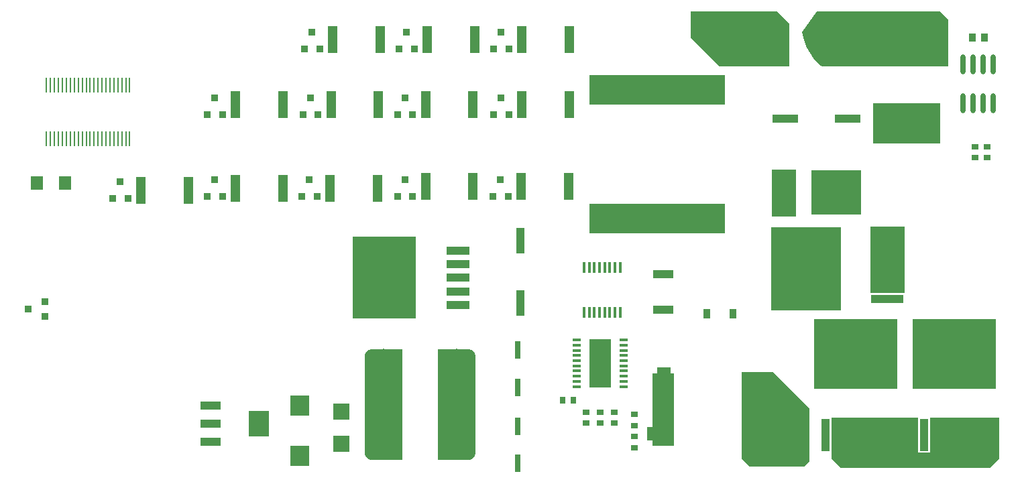
<source format=gtp>
G04 Layer_Color=8421504*
%FSAX24Y24*%
%MOIN*%
G70*
G01*
G75*
%ADD10R,0.0320X0.0360*%
%ADD11R,0.0315X0.0906*%
%ADD12R,0.6750X0.1500*%
%ADD13R,0.0358X0.0480*%
%ADD14R,0.0630X0.0472*%
%ADD15R,0.0945X0.1024*%
%ADD16R,0.0984X0.0394*%
%ADD17R,0.0984X0.1299*%
%ADD18R,0.0492X0.1319*%
%ADD19R,0.0354X0.0276*%
%ADD20R,0.0276X0.0354*%
%ADD21R,0.4173X0.3465*%
%ADD22R,0.0413X0.1634*%
%ADD23R,0.0787X0.0787*%
%ADD24R,0.3150X0.4094*%
%ADD25R,0.1142X0.0394*%
%ADD26R,0.0354X0.0394*%
%ADD27R,0.0140X0.0580*%
G04:AMPARAMS|DCode=28|XSize=187mil|YSize=551.2mil|CornerRadius=93.5mil|HoleSize=0mil|Usage=FLASHONLY|Rotation=0.000|XOffset=0mil|YOffset=0mil|HoleType=Round|Shape=RoundedRectangle|*
%AMROUNDEDRECTD28*
21,1,0.1870,0.3642,0,0,0.0*
21,1,0.0000,0.5512,0,0,0.0*
1,1,0.1870,0.0000,-0.1821*
1,1,0.1870,0.0000,-0.1821*
1,1,0.1870,0.0000,0.1821*
1,1,0.1870,0.0000,0.1821*
%
%ADD28ROUNDEDRECTD28*%
%ADD29R,0.3340X0.2050*%
%ADD30R,0.0394X0.1260*%
%ADD31R,0.0950X0.1110*%
%ADD32R,0.0360X0.0320*%
%ADD33O,0.0098X0.0748*%
%ADD34O,0.0276X0.0984*%
%ADD35R,0.1024X0.0413*%
%ADD36R,0.0413X0.0177*%
%ADD37R,0.1079X0.2390*%
%ADD38R,0.1260X0.0394*%
%ADD39R,0.3465X0.4173*%
%ADD40R,0.1634X0.0413*%
%ADD41R,0.1122X0.0492*%
%ADD42R,0.2480X0.2185*%
%ADD46R,0.0630X0.0650*%
%ADD47R,0.1100X0.3600*%
%ADD49R,0.1200X0.2350*%
%ADD78R,0.0650X0.0370*%
%ADD79R,0.0380X0.0650*%
%ADD80R,0.0375X0.0651*%
%ADD81R,0.0380X0.0651*%
G36*
X040915Y016096D02*
X041011Y016056D01*
X041093Y015993D01*
X041156Y015911D01*
X041196Y015815D01*
X041206Y015738D01*
Y015712D01*
Y010988D01*
Y010962D01*
X041196Y010885D01*
X041156Y010789D01*
X041093Y010707D01*
X041011Y010644D01*
X040915Y010604D01*
X040838Y010594D01*
X039336D01*
Y016106D01*
X040838D01*
X040915Y016096D01*
D02*
G37*
G36*
X037564Y010594D02*
X036062D01*
X035985Y010604D01*
X035889Y010644D01*
X035807Y010707D01*
X035744Y010789D01*
X035704Y010885D01*
X035694Y010962D01*
Y010988D01*
Y015712D01*
Y015738D01*
X035704Y015815D01*
X035744Y015911D01*
X035807Y015993D01*
X035889Y016056D01*
X035985Y016096D01*
X036062Y016106D01*
X037564D01*
Y010594D01*
D02*
G37*
G36*
X057800Y013150D02*
X057800Y010500D01*
X057550Y010250D01*
X054850Y010250D01*
X054450Y010650D01*
Y014950D01*
X056000D01*
X057800Y013150D01*
D02*
G37*
G36*
X067250Y010650D02*
X066800Y010200D01*
X059350Y010200D01*
X058900Y010650D01*
X058900Y012700D01*
X063200D01*
Y010950D01*
X063800D01*
X063800Y012700D01*
X067250Y012700D01*
X067250Y010650D01*
D02*
G37*
G36*
X064700Y032500D02*
X064700Y030150D01*
X058426Y030150D01*
X058311Y030243D01*
X058008Y030566D01*
X057828Y030819D01*
X057678Y031091D01*
X057559Y031377D01*
X057460Y031743D01*
X057441Y031868D01*
X058179Y032900D01*
X064300Y032900D01*
X064700Y032500D01*
D02*
G37*
G36*
X056800Y032300D02*
X056800Y030150D01*
X053350D01*
X051900Y031600D01*
X051900Y032900D01*
X056200D01*
X056800Y032300D01*
D02*
G37*
G36*
X062550Y018900D02*
X060850D01*
Y022200D01*
X062550D01*
Y018900D01*
D02*
G37*
D10*
X028250Y028590D02*
D03*
X028630Y027756D02*
D03*
X027876D02*
D03*
X032626D02*
D03*
X033380D02*
D03*
X033000Y028590D02*
D03*
X042076Y023706D02*
D03*
X042830D02*
D03*
X042450Y024540D02*
D03*
X037700D02*
D03*
X038080Y023706D02*
D03*
X037326D02*
D03*
X028250Y024540D02*
D03*
X028630Y023706D02*
D03*
X027876D02*
D03*
X023176Y023606D02*
D03*
X023930D02*
D03*
X023550Y024440D02*
D03*
X032576Y023706D02*
D03*
X033330D02*
D03*
X032950Y024540D02*
D03*
X037399Y031020D02*
D03*
X038153D02*
D03*
X037773Y031854D02*
D03*
X042473D02*
D03*
X042853Y031020D02*
D03*
X042099D02*
D03*
X033073Y031854D02*
D03*
X033453Y031020D02*
D03*
X032699D02*
D03*
X042099Y027770D02*
D03*
X042853D02*
D03*
X042473Y028604D02*
D03*
X037700Y028590D02*
D03*
X038080Y027756D02*
D03*
X037326D02*
D03*
D11*
X043300Y010425D02*
D03*
Y012275D02*
D03*
Y014200D02*
D03*
Y016050D02*
D03*
D12*
X050250Y022600D02*
D03*
Y029000D02*
D03*
D13*
X053994Y017850D02*
D03*
X052706D02*
D03*
D14*
X020809Y024350D02*
D03*
X019391D02*
D03*
D15*
X032453Y013311D02*
D03*
Y010791D02*
D03*
D16*
X028049Y013306D02*
D03*
Y012400D02*
D03*
Y011494D02*
D03*
D17*
X030451Y012400D02*
D03*
D18*
X031631Y028250D02*
D03*
X029269D02*
D03*
X036454Y031514D02*
D03*
X034092D02*
D03*
X041154D02*
D03*
X038792D02*
D03*
X045854D02*
D03*
X043492D02*
D03*
X045854Y028264D02*
D03*
X043492D02*
D03*
X041081Y028250D02*
D03*
X038719D02*
D03*
X036381D02*
D03*
X034019D02*
D03*
X045831Y024200D02*
D03*
X043469D02*
D03*
X041081D02*
D03*
X038719D02*
D03*
X026931Y024000D02*
D03*
X024569D02*
D03*
X031631Y024100D02*
D03*
X029269D02*
D03*
X036331D02*
D03*
X033969D02*
D03*
D19*
X066050Y026176D02*
D03*
Y025624D02*
D03*
X066650Y026176D02*
D03*
Y025624D02*
D03*
X048100Y012976D02*
D03*
Y012424D02*
D03*
X049100Y012300D02*
D03*
Y012851D02*
D03*
X047400Y012976D02*
D03*
Y012424D02*
D03*
X046700Y012976D02*
D03*
Y012424D02*
D03*
X049100Y011751D02*
D03*
Y011200D02*
D03*
D20*
X045524Y013550D02*
D03*
X046076D02*
D03*
D21*
X060100Y015855D02*
D03*
X065000D02*
D03*
D22*
X061600Y011839D02*
D03*
X061100D02*
D03*
X060600D02*
D03*
X059600D02*
D03*
X059100D02*
D03*
X058600D02*
D03*
X066500D02*
D03*
X066000D02*
D03*
X065500D02*
D03*
X064500D02*
D03*
X064000D02*
D03*
X063500D02*
D03*
D23*
X034550Y012987D02*
D03*
Y011413D02*
D03*
D24*
X036661Y019650D02*
D03*
D25*
X040343Y020989D02*
D03*
Y020319D02*
D03*
Y019650D02*
D03*
Y018981D02*
D03*
Y018311D02*
D03*
D26*
X065885Y031600D02*
D03*
X066515D02*
D03*
D27*
X046604Y017940D02*
D03*
X046860D02*
D03*
X047116D02*
D03*
X047372D02*
D03*
X047628D02*
D03*
X047884D02*
D03*
X048140D02*
D03*
X048396D02*
D03*
Y020160D02*
D03*
X048140D02*
D03*
X047884D02*
D03*
X047628D02*
D03*
X047372D02*
D03*
X047116D02*
D03*
X046860D02*
D03*
X046604D02*
D03*
D28*
X036629Y013350D02*
D03*
X040271D02*
D03*
D29*
X062650Y031575D02*
D03*
Y027325D02*
D03*
D30*
X043450Y018415D02*
D03*
Y021485D02*
D03*
D31*
X050550Y011900D02*
D03*
X055044D02*
D03*
X050550Y014310D02*
D03*
X055044D02*
D03*
D32*
X019794Y017726D02*
D03*
Y018480D02*
D03*
X018960Y018100D02*
D03*
D33*
X019883Y026571D02*
D03*
X020080D02*
D03*
X020277D02*
D03*
X020474D02*
D03*
X020670D02*
D03*
X020867D02*
D03*
X021064D02*
D03*
X021261D02*
D03*
X021458D02*
D03*
X021655D02*
D03*
X021852D02*
D03*
X022048D02*
D03*
X022245D02*
D03*
X022442D02*
D03*
X022639D02*
D03*
X022836D02*
D03*
X023033D02*
D03*
X023230D02*
D03*
X023426D02*
D03*
X023623D02*
D03*
X023820D02*
D03*
X024017D02*
D03*
X019883Y029229D02*
D03*
X020080D02*
D03*
X020277D02*
D03*
X020474D02*
D03*
X020670D02*
D03*
X020867D02*
D03*
X021064D02*
D03*
X021261D02*
D03*
X021458D02*
D03*
X021655D02*
D03*
X021852D02*
D03*
X022048D02*
D03*
X022245D02*
D03*
X022442D02*
D03*
X022639D02*
D03*
X022836D02*
D03*
X023033D02*
D03*
X023230D02*
D03*
X023426D02*
D03*
X023623D02*
D03*
X023820D02*
D03*
X024017D02*
D03*
D34*
X065450Y028335D02*
D03*
X065950D02*
D03*
X066450D02*
D03*
X066950D02*
D03*
X065450Y030265D02*
D03*
X065950D02*
D03*
X066450D02*
D03*
X066950D02*
D03*
D35*
X050550Y018064D02*
D03*
Y019836D02*
D03*
D36*
X046239Y016552D02*
D03*
Y016296D02*
D03*
Y016040D02*
D03*
Y015784D02*
D03*
Y015528D02*
D03*
Y015272D02*
D03*
Y015016D02*
D03*
Y014760D02*
D03*
Y014504D02*
D03*
Y014248D02*
D03*
X048561Y016552D02*
D03*
Y016296D02*
D03*
Y016040D02*
D03*
Y015784D02*
D03*
Y015528D02*
D03*
Y015272D02*
D03*
Y015016D02*
D03*
Y014760D02*
D03*
Y014504D02*
D03*
Y014248D02*
D03*
D37*
X047400Y015400D02*
D03*
D38*
X059685Y027550D02*
D03*
X056615D02*
D03*
D39*
X057645Y020100D02*
D03*
D40*
X061661Y021600D02*
D03*
Y021100D02*
D03*
Y020600D02*
D03*
Y019600D02*
D03*
Y019100D02*
D03*
Y018600D02*
D03*
D41*
X056566Y024802D02*
D03*
Y022998D02*
D03*
D42*
X059145Y023900D02*
D03*
D46*
X020809Y024350D02*
D03*
X019391D02*
D03*
D47*
X050550Y013100D02*
D03*
D49*
X056550Y023875D02*
D03*
D78*
X050565Y015035D02*
D03*
D79*
X049915Y011900D02*
D03*
D80*
X055698Y011863D02*
D03*
D81*
X055697Y014360D02*
D03*
M02*

</source>
